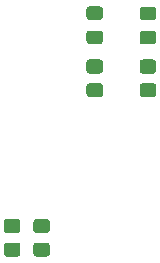
<source format=gtp>
G04 #@! TF.GenerationSoftware,KiCad,Pcbnew,5.1.9+dfsg1-1*
G04 #@! TF.CreationDate,2022-11-10T16:02:49+09:00*
G04 #@! TF.ProjectId,fan-expander,66616e2d-6578-4706-916e-6465722e6b69,rev?*
G04 #@! TF.SameCoordinates,Original*
G04 #@! TF.FileFunction,Paste,Top*
G04 #@! TF.FilePolarity,Positive*
%FSLAX46Y46*%
G04 Gerber Fmt 4.6, Leading zero omitted, Abs format (unit mm)*
G04 Created by KiCad (PCBNEW 5.1.9+dfsg1-1) date 2022-11-10 16:02:49*
%MOMM*%
%LPD*%
G01*
G04 APERTURE LIST*
G04 APERTURE END LIST*
G36*
G01*
X155049999Y-68925000D02*
X155950001Y-68925000D01*
G75*
G02*
X156200000Y-69174999I0J-249999D01*
G01*
X156200000Y-69825001D01*
G75*
G02*
X155950001Y-70075000I-249999J0D01*
G01*
X155049999Y-70075000D01*
G75*
G02*
X154800000Y-69825001I0J249999D01*
G01*
X154800000Y-69174999D01*
G75*
G02*
X155049999Y-68925000I249999J0D01*
G01*
G37*
G36*
G01*
X155049999Y-70975000D02*
X155950001Y-70975000D01*
G75*
G02*
X156200000Y-71224999I0J-249999D01*
G01*
X156200000Y-71875001D01*
G75*
G02*
X155950001Y-72125000I-249999J0D01*
G01*
X155049999Y-72125000D01*
G75*
G02*
X154800000Y-71875001I0J249999D01*
G01*
X154800000Y-71224999D01*
G75*
G02*
X155049999Y-70975000I249999J0D01*
G01*
G37*
G36*
G01*
X155049999Y-75400000D02*
X155950001Y-75400000D01*
G75*
G02*
X156200000Y-75649999I0J-249999D01*
G01*
X156200000Y-76350001D01*
G75*
G02*
X155950001Y-76600000I-249999J0D01*
G01*
X155049999Y-76600000D01*
G75*
G02*
X154800000Y-76350001I0J249999D01*
G01*
X154800000Y-75649999D01*
G75*
G02*
X155049999Y-75400000I249999J0D01*
G01*
G37*
G36*
G01*
X155049999Y-73400000D02*
X155950001Y-73400000D01*
G75*
G02*
X156200000Y-73649999I0J-249999D01*
G01*
X156200000Y-74350001D01*
G75*
G02*
X155950001Y-74600000I-249999J0D01*
G01*
X155049999Y-74600000D01*
G75*
G02*
X154800000Y-74350001I0J249999D01*
G01*
X154800000Y-73649999D01*
G75*
G02*
X155049999Y-73400000I249999J0D01*
G01*
G37*
G36*
G01*
X143549999Y-86900000D02*
X144450001Y-86900000D01*
G75*
G02*
X144700000Y-87149999I0J-249999D01*
G01*
X144700000Y-87850001D01*
G75*
G02*
X144450001Y-88100000I-249999J0D01*
G01*
X143549999Y-88100000D01*
G75*
G02*
X143300000Y-87850001I0J249999D01*
G01*
X143300000Y-87149999D01*
G75*
G02*
X143549999Y-86900000I249999J0D01*
G01*
G37*
G36*
G01*
X143549999Y-88900000D02*
X144450001Y-88900000D01*
G75*
G02*
X144700000Y-89149999I0J-249999D01*
G01*
X144700000Y-89850001D01*
G75*
G02*
X144450001Y-90100000I-249999J0D01*
G01*
X143549999Y-90100000D01*
G75*
G02*
X143300000Y-89850001I0J249999D01*
G01*
X143300000Y-89149999D01*
G75*
G02*
X143549999Y-88900000I249999J0D01*
G01*
G37*
G36*
G01*
X146049999Y-86900000D02*
X146950001Y-86900000D01*
G75*
G02*
X147200000Y-87149999I0J-249999D01*
G01*
X147200000Y-87850001D01*
G75*
G02*
X146950001Y-88100000I-249999J0D01*
G01*
X146049999Y-88100000D01*
G75*
G02*
X145800000Y-87850001I0J249999D01*
G01*
X145800000Y-87149999D01*
G75*
G02*
X146049999Y-86900000I249999J0D01*
G01*
G37*
G36*
G01*
X146049999Y-88900000D02*
X146950001Y-88900000D01*
G75*
G02*
X147200000Y-89149999I0J-249999D01*
G01*
X147200000Y-89850001D01*
G75*
G02*
X146950001Y-90100000I-249999J0D01*
G01*
X146049999Y-90100000D01*
G75*
G02*
X145800000Y-89850001I0J249999D01*
G01*
X145800000Y-89149999D01*
G75*
G02*
X146049999Y-88900000I249999J0D01*
G01*
G37*
G36*
G01*
X150549999Y-68900000D02*
X151450001Y-68900000D01*
G75*
G02*
X151700000Y-69149999I0J-249999D01*
G01*
X151700000Y-69800001D01*
G75*
G02*
X151450001Y-70050000I-249999J0D01*
G01*
X150549999Y-70050000D01*
G75*
G02*
X150300000Y-69800001I0J249999D01*
G01*
X150300000Y-69149999D01*
G75*
G02*
X150549999Y-68900000I249999J0D01*
G01*
G37*
G36*
G01*
X150549999Y-70950000D02*
X151450001Y-70950000D01*
G75*
G02*
X151700000Y-71199999I0J-249999D01*
G01*
X151700000Y-71850001D01*
G75*
G02*
X151450001Y-72100000I-249999J0D01*
G01*
X150549999Y-72100000D01*
G75*
G02*
X150300000Y-71850001I0J249999D01*
G01*
X150300000Y-71199999D01*
G75*
G02*
X150549999Y-70950000I249999J0D01*
G01*
G37*
G36*
G01*
X150549999Y-73400000D02*
X151450001Y-73400000D01*
G75*
G02*
X151700000Y-73649999I0J-249999D01*
G01*
X151700000Y-74350001D01*
G75*
G02*
X151450001Y-74600000I-249999J0D01*
G01*
X150549999Y-74600000D01*
G75*
G02*
X150300000Y-74350001I0J249999D01*
G01*
X150300000Y-73649999D01*
G75*
G02*
X150549999Y-73400000I249999J0D01*
G01*
G37*
G36*
G01*
X150549999Y-75400000D02*
X151450001Y-75400000D01*
G75*
G02*
X151700000Y-75649999I0J-249999D01*
G01*
X151700000Y-76350001D01*
G75*
G02*
X151450001Y-76600000I-249999J0D01*
G01*
X150549999Y-76600000D01*
G75*
G02*
X150300000Y-76350001I0J249999D01*
G01*
X150300000Y-75649999D01*
G75*
G02*
X150549999Y-75400000I249999J0D01*
G01*
G37*
M02*

</source>
